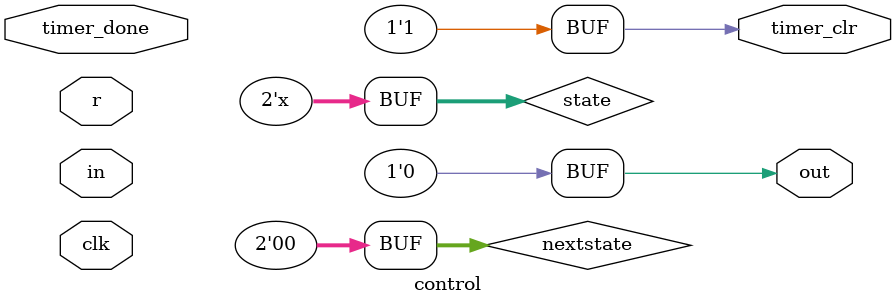
<source format=v>
module control(clk, r, in, out, timer_clr, timer_done); 
    input clk, in, r, timer_done; 
    output reg timer_clr, out; 
    parameter LOW = 0, WAIT_HIGH = 1, HIGH = 2, WAIT_LOW = 3; // State definitions
    reg [1:0] state, nextstate; // State and Next State registers. These hold the Current and the Next states of the FSM

    always @(posedge clk) 
        if(r) state = LOW; 
        else state = nextstate; 
    
    always @(*) 
    begin
        out = 0; timer_clr = 1; 
        case(state) // Depending on the current state, the logic decides the next state and the output signals
            LOW: begin if(in) nextstate = WAIT_HIGH; else state = LOW; end // When the output is LOW, waiting for the input to go HIGH to switch state
            WAIT_HIGH: begin timer_clr = 0; out = 1; if(timer_done) nextstate = HIGH; else nextstate = WAIT_HIGH; end // Waiting for timer to finish when HIGH input is received 
            HIGH: begin out = 1; if(in) nextstate = HIGH; else nextstate = WAIT_LOW; end // When output is HIGH, waiting for the input to go LOW to switch state
            WAIT_LOW: begin timer_clr = 0; out = 1; if(timer_done) nextstate = LOW; else nextstate = WAIT_LOW; end // Waiting for timer to finish when LOW input is received 
            default: nextstate = LOW;
        endcase
    end
endmodule
</source>
